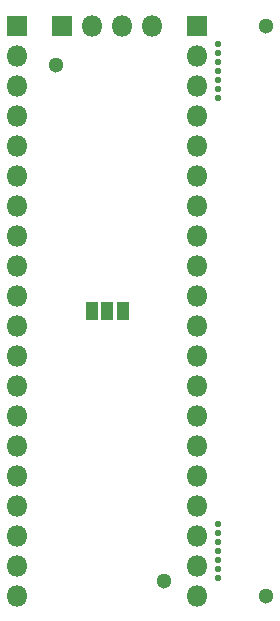
<source format=gbs>
G04 #@! TF.GenerationSoftware,KiCad,Pcbnew,(5.1.6)-1*
G04 #@! TF.CreationDate,2020-06-29T16:56:31-07:00*
G04 #@! TF.ProjectId,devboard-edgerail,64657662-6f61-4726-942d-656467657261,A*
G04 #@! TF.SameCoordinates,PX7c82060PY49a3900*
G04 #@! TF.FileFunction,Soldermask,Bot*
G04 #@! TF.FilePolarity,Negative*
%FSLAX46Y46*%
G04 Gerber Fmt 4.6, Leading zero omitted, Abs format (unit mm)*
G04 Created by KiCad (PCBNEW (5.1.6)-1) date 2020-06-29 16:56:31*
%MOMM*%
%LPD*%
G01*
G04 APERTURE LIST*
%ADD10C,0.557200*%
%ADD11O,1.800000X1.800000*%
%ADD12R,1.800000X1.800000*%
%ADD13C,1.300000*%
%ADD14R,1.100000X1.600000*%
G04 APERTURE END LIST*
D10*
X18542000Y-48260000D03*
X18542000Y-46736000D03*
X18542000Y-45974000D03*
X18542000Y-45212000D03*
X18542000Y-43688000D03*
X18542000Y-47498000D03*
X18542000Y-44450000D03*
X18542000Y-7620000D03*
X18542000Y-6858000D03*
X18542000Y-6096000D03*
X18542000Y-5334000D03*
X18542000Y-4572000D03*
X18542000Y-3810000D03*
X18542000Y-3048000D03*
D11*
X16764000Y-49784000D03*
X16764000Y-47244000D03*
X16764000Y-44704000D03*
X16764000Y-42164000D03*
X16764000Y-39624000D03*
X16764000Y-37084000D03*
X16764000Y-34544000D03*
X16764000Y-32004000D03*
X16764000Y-29464000D03*
X16764000Y-26924000D03*
X16764000Y-24384000D03*
X16764000Y-21844000D03*
X16764000Y-19304000D03*
X16764000Y-16764000D03*
X16764000Y-14224000D03*
X16764000Y-11684000D03*
X16764000Y-9144000D03*
X16764000Y-6604000D03*
X16764000Y-4064000D03*
D12*
X16764000Y-1524000D03*
D13*
X22606000Y-1524000D03*
X22606000Y-49784000D03*
D11*
X1524000Y-49784000D03*
X1524000Y-47244000D03*
X1524000Y-44704000D03*
X1524000Y-42164000D03*
X1524000Y-39624000D03*
X1524000Y-37084000D03*
X1524000Y-34544000D03*
X1524000Y-32004000D03*
X1524000Y-29464000D03*
X1524000Y-26924000D03*
X1524000Y-24384000D03*
X1524000Y-21844000D03*
X1524000Y-19304000D03*
X1524000Y-16764000D03*
X1524000Y-14224000D03*
X1524000Y-11684000D03*
X1524000Y-9144000D03*
X1524000Y-6604000D03*
X1524000Y-4064000D03*
D12*
X1524000Y-1524000D03*
D14*
X9144000Y-25654000D03*
X7844000Y-25654000D03*
X10444000Y-25654000D03*
D13*
X4826000Y-4826000D03*
X13970000Y-48514000D03*
D11*
X12954000Y-1524000D03*
X10414000Y-1524000D03*
X7874000Y-1524000D03*
D12*
X5334000Y-1524000D03*
M02*

</source>
